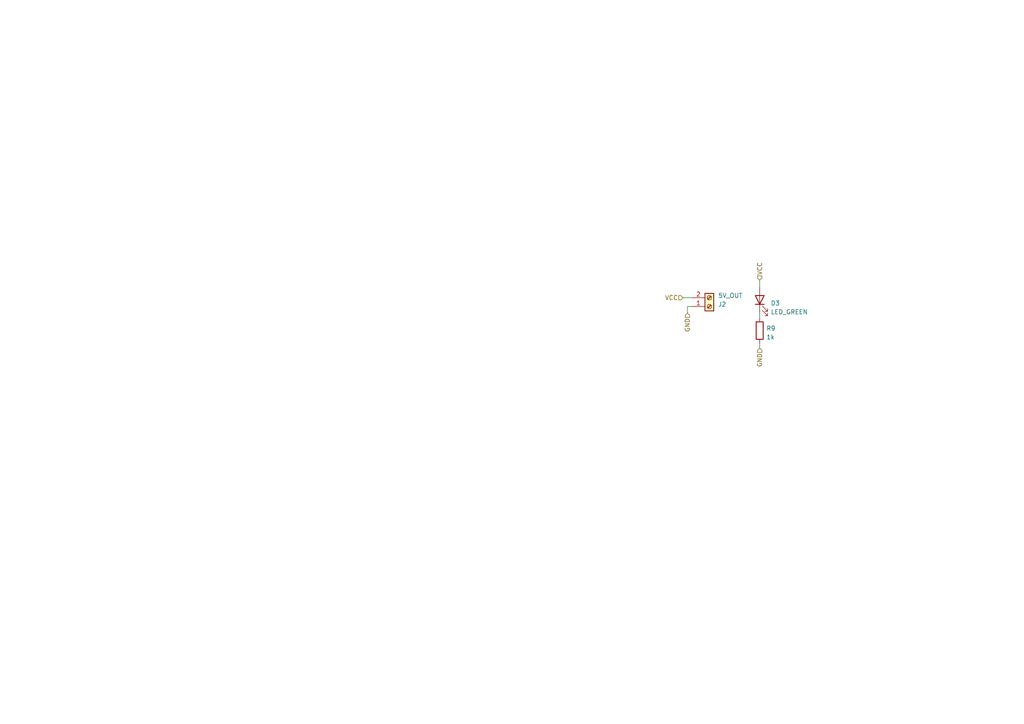
<source format=kicad_sch>
(kicad_sch (version 20230121) (generator eeschema)
  (paper "A4")
  (title_block (title "The Supluwu") (date "2023-12-29") (rev "1") (company "FG Labs"))
  (lib_symbols
    (symbol "Connector:Screw_Terminal_01x02" (pin_names (offset 1.016) hide)
      (property "Reference" "J" (at 0 2.54 0))
      (property "Value" "Screw_Terminal_01x02" (at 0 -5.08 0))
      (symbol "Screw_Terminal_01x02_1_1"
        (rectangle (start -1.27 1.27) (end 1.27 -3.81) (stroke (width 0.254)) (fill (type background)))
        (circle (center 0 -2.54) (radius 0.635) (stroke (width 0.1524)))
        (polyline (pts (xy -0.5334 -2.2098) (xy 0.3302 -3.048)) (stroke (width 0.1524)))
        (polyline (pts (xy -0.5334 0.3302) (xy 0.3302 -0.508)) (stroke (width 0.1524)))
        (polyline (pts (xy -0.3556 -2.032) (xy 0.508 -2.8702)) (stroke (width 0.1524)))
        (polyline (pts (xy -0.3556 0.508) (xy 0.508 -0.3302)) (stroke (width 0.1524)))
        (circle (center 0 0) (radius 0.635) (stroke (width 0.1524)))
        (pin passive line (at -5.08 0 0) (length 3.81) (name "Pin_1") (number "1"))
        (pin passive line (at -5.08 -2.54 0) (length 3.81) (name "Pin_2") (number "2"))
      )
    )
    (symbol "Device:LED" (pin_numbers hide) (pin_names (offset 1.016) hide)
      (property "Reference" "D" (at 0 2.54 0))
      (property "Value" "LED" (at 0 -2.54 0))
      (symbol "LED_0_1"
        (polyline (pts (xy -1.27 -1.27) (xy -1.27 1.27)) (stroke (width 0.254)))
        (polyline (pts (xy -1.27 0) (xy 1.27 0)))
        (polyline (pts (xy 1.27 -1.27) (xy 1.27 1.27) (xy -1.27 0) (xy 1.27 -1.27)) (stroke (width 0.254)))
        (polyline (pts (xy -3.048 -0.762) (xy -4.572 -2.286) (xy -3.81 -2.286) (xy -4.572 -2.286) (xy -4.572 -1.524)))
        (polyline (pts (xy -1.778 -0.762) (xy -3.302 -2.286) (xy -2.54 -2.286) (xy -3.302 -2.286) (xy -3.302 -1.524)))
      )
      (symbol "LED_1_1"
        (pin passive line (at -3.81 0 0) (length 2.54) (name "K") (number "1"))
        (pin passive line (at 3.81 0 180) (length 2.54) (name "A") (number "2"))
      )
    )
    (symbol "Device:R" (pin_numbers hide) (pin_names (offset 0))
      (property "Reference" "R" (at 2.032 0 90))
      (property "Value" "R" (at 0 0 90))
      (symbol "R_0_1"
        (rectangle (start -1.016 -2.54) (end 1.016 2.54) (stroke (width 0.254)))
      )
      (symbol "R_1_1"
        (pin passive line (at 0 3.81 270) (length 1.27) (name "~") (number "1"))
        (pin passive line (at 0 -3.81 90) (length 1.27) (name "~") (number "2"))
      )
    )
  )
  (wire (pts (xy 198.12 86.36) (xy 200.66 86.36)))
  (wire (pts (xy 199.39 88.9) (xy 199.39 90.805)))
  (wire (pts (xy 200.66 88.9) (xy 199.39 88.9)))
  (wire (pts (xy 220.345 90.805) (xy 220.345 92.075)))
  (wire (pts (xy 220.345 99.695) (xy 220.345 100.965)))
  (wire (pts (xy 220.345 81.28) (xy 220.345 83.185)))
  (hierarchical_label "VCC" (shape input) (at 220.345 81.28 90))
  (hierarchical_label "GND" (shape input) (at 199.39 90.805 270))
  (hierarchical_label "GND" (shape input) (at 220.345 100.965 270))
  (hierarchical_label "VCC" (shape input) (at 198.12 86.36 180))
  (symbol (lib_id "Connector:Screw_Terminal_01x02") (at 205.74 88.9 0) (mirror x) (unit 1)
    (property "Reference" "J2" (at 208.28 88.265 0) (effects (justify left)))
    (property "Value" "5V_OUT" (at 208.28 85.725 0) (effects (justify left)))
    (property "Footprint" "TerminalBlock:TerminalBlock_bornier-2_P5.08mm" (effects hide))
    (instances (project "The Supluwu PCB" (path "" (reference "J2") (unit 1)) (path "" (reference "J2") (unit 1)) (path "" (reference "J3") (unit 1)) (path "" (reference "J4") (unit 1))))
  )
  (symbol (lib_id "Device:R") (at 220.345 95.885 0) (unit 1)
    (property "Reference" "R9" (at 222.25 95.25 0) (effects (justify left)))
    (property "Value" "1k" (at 222.25 97.79 0) (effects (justify left)))
    (property "Footprint" "Resistor_SMD:R_0603_1608Metric" (effects hide))
    (instances (project "The Supluwu PCB" (path "" (reference "R9") (unit 1)) (path "" (reference "R10") (unit 1)) (path "" (reference "R9") (unit 1)) (path "" (reference "R12") (unit 1)) (path "" (reference "R13") (unit 1))))
  )
  (symbol (lib_id "Device:LED") (at 220.345 86.995 90) (unit 1)
    (property "Reference" "D3" (at 223.52 87.9475 90) (effects (justify right)))
    (property "Value" "LED_GREEN" (at 223.52 90.4875 90) (effects (justify right)))
    (property "Footprint" "LED_SMD:LED_0603_1608Metric" (effects hide))
    (instances (project "The Supluwu PCB" (path "" (reference "D3") (unit 1)) (path "" (reference "D4") (unit 1)) (path "" (reference "D3") (unit 1)) (path "" (reference "D6") (unit 1)) (path "" (reference "D7") (unit 1))))
  )
)
</source>
